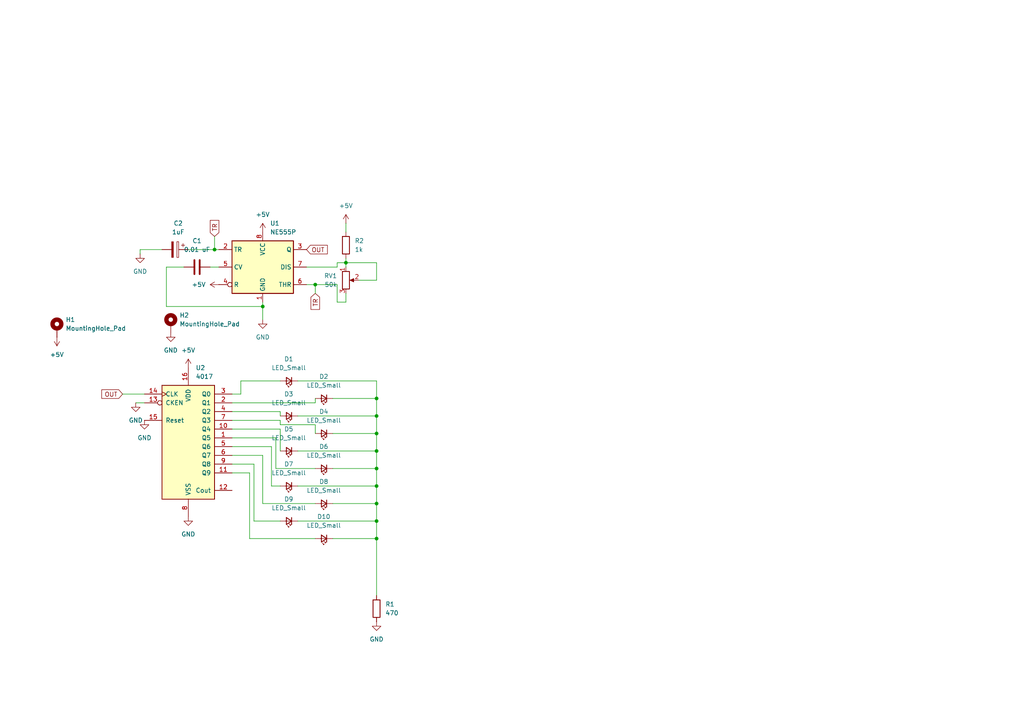
<source format=kicad_sch>
(kicad_sch (version 20250114) (generator "eeschema") (generator_version "9.0")
  (paper "A4")
  (lib_symbols
    (symbol "4xxx:4017" (pin_names (offset 1.016))
      (property "Reference" "U" (at -7.62 16.51 0))
      (property "Value" "4017" (at -7.62 -19.05 0))
      (symbol "4017_1_0"
        (pin input clock (at -12.7 12.7 0) (length 5.08) (name "CLK") (number "14"))
        (pin input inverted (at -12.7 10.16 0) (length 5.08) (name "CKEN") (number "13"))
        (pin input line (at -12.7 5.08 0) (length 5.08) (name "Reset") (number "15"))
        (pin power_in line (at 0 20.32 270) (length 5.08) (name "VDD") (number "16"))
        (pin power_in line (at 0 -22.86 90) (length 5.08) (name "VSS") (number "8"))
        (pin output line (at 12.7 12.7 180) (length 5.08) (name "Q0") (number "3"))
        (pin output line (at 12.7 10.16 180) (length 5.08) (name "Q1") (number "2"))
        (pin output line (at 12.7 7.62 180) (length 5.08) (name "Q2") (number "4"))
        (pin output line (at 12.7 5.08 180) (length 5.08) (name "Q3") (number "7"))
        (pin output line (at 12.7 2.54 180) (length 5.08) (name "Q4") (number "10"))
        (pin output line (at 12.7 0 180) (length 5.08) (name "Q5") (number "1"))
        (pin output line (at 12.7 -2.54 180) (length 5.08) (name "Q6") (number "5"))
        (pin output line (at 12.7 -5.08 180) (length 5.08) (name "Q7") (number "6"))
        (pin output line (at 12.7 -7.62 180) (length 5.08) (name "Q8") (number "9"))
        (pin output line (at 12.7 -10.16 180) (length 5.08) (name "Q9") (number "11"))
        (pin output line (at 12.7 -15.24 180) (length 5.08) (name "Cout") (number "12"))
      )
      (symbol "4017_1_1"
        (rectangle (start -7.62 15.24) (end 7.62 -17.78) (stroke (width 0.254)) (fill (type background)))
      )
    )
    (symbol "Device:C" (pin_numbers (hide yes)) (pin_names (offset 0.254))
      (property "Reference" "C" (at 0.635 2.54 0))
      (property "Value" "C" (at 0.635 -2.54 0))
      (symbol "C_0_1"
        (polyline (pts (xy -2.032 0.762) (xy 2.032 0.762)) (stroke (width 0.508)))
        (polyline (pts (xy -2.032 -0.762) (xy 2.032 -0.762)) (stroke (width 0.508)))
      )
      (symbol "C_1_1"
        (pin passive line (at 0 3.81 270) (length 2.794) (name "~") (number "1"))
        (pin passive line (at 0 -3.81 90) (length 2.794) (name "~") (number "2"))
      )
    )
    (symbol "Device:C_Polarized" (pin_numbers (hide yes)) (pin_names (offset 0.254))
      (property "Reference" "C" (at 0.635 2.54 0))
      (property "Value" "C_Polarized" (at 0.635 -2.54 0))
      (symbol "C_Polarized_0_1"
        (rectangle (start -2.286 0.508) (end 2.286 1.016))
        (polyline (pts (xy -1.778 2.286) (xy -0.762 2.286)))
        (polyline (pts (xy -1.27 2.794) (xy -1.27 1.778)))
        (rectangle (start 2.286 -0.508) (end -2.286 -1.016) (fill (type outline)))
      )
      (symbol "C_Polarized_1_1"
        (pin passive line (at 0 3.81 270) (length 2.794) (name "~") (number "1"))
        (pin passive line (at 0 -3.81 90) (length 2.794) (name "~") (number "2"))
      )
    )
    (symbol "Device:LED_Small" (pin_numbers (hide yes)) (pin_names (offset 0.254) (hide yes))
      (property "Reference" "D" (at -1.27 3.175 0))
      (property "Value" "LED_Small" (at -4.445 -2.54 0))
      (symbol "LED_Small_0_1"
        (polyline (pts (xy -0.762 -1.016) (xy -0.762 1.016)) (stroke (width 0.254)))
        (polyline (pts (xy 0 0.762) (xy -0.508 1.27) (xy -0.254 1.27) (xy -0.508 1.27) (xy -0.508 1.016)))
        (polyline (pts (xy 0.508 1.27) (xy 0 1.778) (xy 0.254 1.778) (xy 0 1.778) (xy 0 1.524)))
        (polyline (pts (xy 0.762 -1.016) (xy -0.762 0) (xy 0.762 1.016) (xy 0.762 -1.016)) (stroke (width 0.254)))
        (polyline (pts (xy 1.016 0) (xy -0.762 0)))
      )
      (symbol "LED_Small_1_1"
        (pin passive line (at -2.54 0 0) (length 1.778) (name "K") (number "1"))
        (pin passive line (at 2.54 0 180) (length 1.778) (name "A") (number "2"))
      )
    )
    (symbol "Device:R" (pin_numbers (hide yes)) (pin_names (offset 0))
      (property "Reference" "R" (at 2.032 0 90))
      (property "Value" "R" (at 0 0 90))
      (symbol "R_0_1"
        (rectangle (start -1.016 -2.54) (end 1.016 2.54) (stroke (width 0.254)))
      )
      (symbol "R_1_1"
        (pin passive line (at 0 3.81 270) (length 1.27) (name "~") (number "1"))
        (pin passive line (at 0 -3.81 90) (length 1.27) (name "~") (number "2"))
      )
    )
    (symbol "Device:R_Potentiometer" (pin_names (offset 1.016) (hide yes))
      (property "Reference" "RV" (at -4.445 0 90))
      (property "Value" "R_Potentiometer" (at -2.54 0 90))
      (symbol "R_Potentiometer_0_1"
        (rectangle (start 1.016 2.54) (end -1.016 -2.54) (stroke (width 0.254)))
        (polyline (pts (xy 1.143 0) (xy 2.286 0.508) (xy 2.286 -0.508) (xy 1.143 0)) (fill (type outline)))
        (polyline (pts (xy 2.54 0) (xy 1.524 0)))
      )
      (symbol "R_Potentiometer_1_1"
        (pin passive line (at 0 3.81 270) (length 1.27) (name "1") (number "1"))
        (pin passive line (at 0 -3.81 90) (length 1.27) (name "3") (number "3"))
        (pin passive line (at 3.81 0 180) (length 1.27) (name "2") (number "2"))
      )
    )
    (symbol "Mechanical:MountingHole_Pad" (pin_numbers (hide yes)) (pin_names (offset 1.016) (hide yes)) (in_bom no)
      (property "Reference" "H" (at 0 6.35 0))
      (property "Value" "MountingHole_Pad" (at 0 4.445 0))
      (symbol "MountingHole_Pad_0_1"
        (circle (center 0 1.27) (radius 1.27) (stroke (width 1.27)))
      )
      (symbol "MountingHole_Pad_1_1"
        (pin input line (at 0 -2.54 90) (length 2.54) (name "1") (number "1"))
      )
    )
    (symbol "Timer:NE555P"
      (property "Reference" "U" (at -10.16 8.89 0))
      (property "Value" "NE555P" (at 2.54 8.89 0))
      (symbol "NE555P_0_0"
        (pin power_in line (at 0 10.16 270) (length 2.54) (name "VCC") (number "8"))
        (pin power_in line (at 0 -10.16 90) (length 2.54) (name "GND") (number "1"))
      )
      (symbol "NE555P_0_1"
        (rectangle (start -8.89 -7.62) (end 8.89 7.62) (stroke (width 0.254)) (fill (type background)))
        (rectangle (start -8.89 -7.62) (end 8.89 7.62) (stroke (width 0.254)) (fill (type background)))
      )
      (symbol "NE555P_1_1"
        (pin input line (at -12.7 5.08 0) (length 3.81) (name "TR") (number "2"))
        (pin input line (at -12.7 0 0) (length 3.81) (name "CV") (number "5"))
        (pin input inverted (at -12.7 -5.08 0) (length 3.81) (name "R") (number "4"))
        (pin output line (at 12.7 5.08 180) (length 3.81) (name "Q") (number "3"))
        (pin input line (at 12.7 0 180) (length 3.81) (name "DIS") (number "7"))
        (pin input line (at 12.7 -5.08 180) (length 3.81) (name "THR") (number "6"))
      )
    )
    (symbol "power:+5V" (power) (pin_numbers (hide yes)) (pin_names (offset 0) (hide yes))
      (property "Value" "+5V" (at 0 3.556 0))
      (symbol "+5V_0_1"
        (polyline (pts (xy -0.762 1.27) (xy 0 2.54)))
        (polyline (pts (xy 0 2.54) (xy 0.762 1.27)))
        (polyline (pts (xy 0 0) (xy 0 2.54)))
      )
      (symbol "+5V_1_1"
        (pin power_in line (at 0 0 90) (length 0) (name "~") (number "1"))
      )
    )
    (symbol "power:GND" (power) (pin_numbers (hide yes)) (pin_names (offset 0) (hide yes))
      (property "Value" "GND" (at 0 -3.81 0))
      (symbol "GND_0_1"
        (polyline (pts (xy 0 0) (xy 0 -1.27) (xy 1.27 -1.27) (xy 0 -2.54) (xy -1.27 -1.27) (xy 0 -1.27)))
      )
      (symbol "GND_1_1"
        (pin power_in line (at 0 0 270) (length 0) (name "~") (number "1"))
      )
    )
  )
  (junction (at 109.22 130.81))
  (junction (at 109.22 120.65))
  (junction (at 76.2 88.9))
  (junction (at 109.22 115.57))
  (junction (at 62.23 72.39))
  (junction (at 109.22 140.97))
  (junction (at 109.22 156.21))
  (junction (at 109.22 125.73))
  (junction (at 109.22 146.05))
  (junction (at 109.22 135.89))
  (junction (at 91.44 82.55))
  (junction (at 109.22 151.13))
  (junction (at 100.33 76.2))
  (wire (pts (xy 53.34 77.47) (xy 48.26 77.47)))
  (wire (pts (xy 96.52 146.05) (xy 109.22 146.05)))
  (wire (pts (xy 86.36 140.97) (xy 109.22 140.97)))
  (wire (pts (xy 91.44 146.05) (xy 76.2 146.05)))
  (wire (pts (xy 109.22 110.49) (xy 109.22 115.57)))
  (wire (pts (xy 81.28 119.38) (xy 67.31 119.38)))
  (wire (pts (xy 109.22 151.13) (xy 109.22 156.21)))
  (wire (pts (xy 76.2 132.08) (xy 67.31 132.08)))
  (wire (pts (xy 91.44 82.55) (xy 97.79 82.55)))
  (wire (pts (xy 100.33 74.93) (xy 100.33 76.2)))
  (wire (pts (xy 76.2 88.9) (xy 76.2 92.71)))
  (wire (pts (xy 81.28 123.19) (xy 81.28 121.92)))
  (wire (pts (xy 62.23 72.39) (xy 63.5 72.39)))
  (wire (pts (xy 86.36 120.65) (xy 109.22 120.65)))
  (wire (pts (xy 72.39 156.21) (xy 72.39 137.16)))
  (wire (pts (xy 81.28 121.92) (xy 67.31 121.92)))
  (wire (pts (xy 104.14 81.28) (xy 109.22 81.28)))
  (wire (pts (xy 91.44 115.57) (xy 91.44 116.84)))
  (wire (pts (xy 91.44 82.55) (xy 91.44 85.09)))
  (wire (pts (xy 86.36 110.49) (xy 109.22 110.49)))
  (wire (pts (xy 88.9 82.55) (xy 91.44 82.55)))
  (wire (pts (xy 81.28 130.81) (xy 81.28 124.46)))
  (wire (pts (xy 97.79 77.47) (xy 97.79 76.2)))
  (wire (pts (xy 69.85 110.49) (xy 69.85 114.3)))
  (wire (pts (xy 54.61 72.39) (xy 62.23 72.39)))
  (wire (pts (xy 48.26 88.9) (xy 76.2 88.9)))
  (wire (pts (xy 91.44 156.21) (xy 72.39 156.21)))
  (wire (pts (xy 35.56 114.3) (xy 41.91 114.3)))
  (wire (pts (xy 80.01 135.89) (xy 80.01 127)))
  (wire (pts (xy 73.66 151.13) (xy 73.66 134.62)))
  (wire (pts (xy 91.44 125.73) (xy 91.44 123.19)))
  (wire (pts (xy 81.28 140.97) (xy 78.74 140.97)))
  (wire (pts (xy 46.99 72.39) (xy 40.64 72.39)))
  (wire (pts (xy 109.22 140.97) (xy 109.22 146.05)))
  (wire (pts (xy 97.79 76.2) (xy 100.33 76.2)))
  (wire (pts (xy 72.39 137.16) (xy 67.31 137.16)))
  (wire (pts (xy 40.64 72.39) (xy 40.64 73.66)))
  (wire (pts (xy 60.96 77.47) (xy 63.5 77.47)))
  (wire (pts (xy 91.44 135.89) (xy 80.01 135.89)))
  (wire (pts (xy 86.36 151.13) (xy 109.22 151.13)))
  (wire (pts (xy 86.36 130.81) (xy 109.22 130.81)))
  (wire (pts (xy 100.33 76.2) (xy 100.33 77.47)))
  (wire (pts (xy 109.22 156.21) (xy 109.22 172.72)))
  (wire (pts (xy 97.79 87.63) (xy 97.79 82.55)))
  (wire (pts (xy 62.23 68.58) (xy 62.23 72.39)))
  (wire (pts (xy 91.44 123.19) (xy 81.28 123.19)))
  (wire (pts (xy 67.31 124.46) (xy 81.28 124.46)))
  (wire (pts (xy 80.01 127) (xy 67.31 127)))
  (wire (pts (xy 69.85 114.3) (xy 67.31 114.3)))
  (wire (pts (xy 76.2 146.05) (xy 76.2 132.08)))
  (wire (pts (xy 78.74 129.54) (xy 67.31 129.54)))
  (wire (pts (xy 39.37 116.84) (xy 41.91 116.84)))
  (wire (pts (xy 109.22 146.05) (xy 109.22 151.13)))
  (wire (pts (xy 81.28 151.13) (xy 73.66 151.13)))
  (wire (pts (xy 100.33 85.09) (xy 100.33 87.63)))
  (wire (pts (xy 88.9 77.47) (xy 97.79 77.47)))
  (wire (pts (xy 81.28 110.49) (xy 69.85 110.49)))
  (wire (pts (xy 48.26 77.47) (xy 48.26 88.9)))
  (wire (pts (xy 73.66 134.62) (xy 67.31 134.62)))
  (wire (pts (xy 81.28 120.65) (xy 81.28 119.38)))
  (wire (pts (xy 109.22 125.73) (xy 109.22 130.81)))
  (wire (pts (xy 96.52 135.89) (xy 109.22 135.89)))
  (wire (pts (xy 109.22 135.89) (xy 109.22 140.97)))
  (wire (pts (xy 96.52 115.57) (xy 109.22 115.57)))
  (wire (pts (xy 91.44 116.84) (xy 67.31 116.84)))
  (wire (pts (xy 76.2 88.9) (xy 76.2 87.63)))
  (wire (pts (xy 109.22 130.81) (xy 109.22 135.89)))
  (wire (pts (xy 109.22 76.2) (xy 109.22 81.28)))
  (wire (pts (xy 100.33 64.77) (xy 100.33 67.31)))
  (wire (pts (xy 78.74 140.97) (xy 78.74 129.54)))
  (wire (pts (xy 109.22 115.57) (xy 109.22 120.65)))
  (wire (pts (xy 100.33 87.63) (xy 97.79 87.63)))
  (wire (pts (xy 96.52 125.73) (xy 109.22 125.73)))
  (wire (pts (xy 109.22 120.65) (xy 109.22 125.73)))
  (wire (pts (xy 96.52 156.21) (xy 109.22 156.21)))
  (wire (pts (xy 100.33 76.2) (xy 109.22 76.2)))
  (global_label "TR" (shape input) (at 62.23 68.58 90) (property "Intersheetrefs" "${INTERSHEET_REFS}" (effects (hide yes))))
  (global_label "TR" (shape input) (at 91.44 85.09 270) (property "Intersheetrefs" "${INTERSHEET_REFS}" (effects (hide yes))))
  (global_label "OUT" (shape input) (at 35.56 114.3 180) (property "Intersheetrefs" "${INTERSHEET_REFS}" (effects (hide yes))))
  (global_label "OUT" (shape input) (at 88.9 72.39 0) (property "Intersheetrefs" "${INTERSHEET_REFS}" (effects (hide yes))))
  (symbol (lib_id "Device:LED_Small") (at 83.82 120.65 180) (unit 1)
    (property "Reference" "D3" (at 83.7565 114.3 0))
    (property "Value" "LED_Small" (at 83.7565 116.84 0))
    (property "Footprint" "LED_THT:LED_D5.0mm" (effects (hide yes)))
    (property "Description" "Light emitting diode, small symbol" (effects (hide yes)))
    (property "Sim.Pin" "1=K 2=A" (effects (hide yes)))
  )
  (symbol (lib_id "Device:C_Polarized") (at 50.8 72.39 270) (unit 1)
    (property "Reference" "C2" (at 51.689 64.77 90))
    (property "Value" "1uF" (at 51.689 67.31 90))
    (property "Footprint" "Capacitor_THT:C_Disc_D7.5mm_W5.0mm_P5.00mm" (effects (hide yes)))
    (property "Description" "Polarized capacitor" (effects (hide yes)))
  )
  (symbol (lib_id "power:GND") (at 40.64 73.66 0) (unit 1)
    (property "Reference" "#PWR01" (effects (hide yes)))
    (property "Value" "GND" (at 40.64 78.74 0))
    (property "Description" "Power symbol creates a global label with name \"GND\" , ground" (effects (hide yes)))
  )
  (symbol (lib_id "power:+5V") (at 63.5 82.55 90) (unit 1)
    (property "Reference" "#PWR03" (effects (hide yes)))
    (property "Value" "+5V" (at 59.69 82.5499 90) (effects (justify left)))
    (property "Description" "Power symbol creates a global label with name \"+5V\"" (effects (hide yes)))
  )
  (symbol (lib_id "power:+5V") (at 100.33 64.77 0) (unit 1)
    (property "Reference" "#PWR04" (effects (hide yes)))
    (property "Value" "+5V" (at 100.33 59.69 0))
    (property "Description" "Power symbol creates a global label with name \"+5V\"" (effects (hide yes)))
  )
  (symbol (lib_id "power:+5V") (at 54.61 106.68 0) (unit 1)
    (property "Reference" "#PWR09" (effects (hide yes)))
    (property "Value" "+5V" (at 54.61 101.6 0))
    (property "Description" "Power symbol creates a global label with name \"+5V\"" (effects (hide yes)))
  )
  (symbol (lib_id "Device:R") (at 100.33 71.12 0) (unit 1)
    (property "Reference" "R2" (at 102.87 69.8499 0) (effects (justify left)))
    (property "Value" "1k" (at 102.87 72.3899 0) (effects (justify left)))
    (property "Footprint" "Resistor_THT:R_Axial_DIN0207_L6.3mm_D2.5mm_P7.62mm_Horizontal" (effects (hide yes)))
    (property "Description" "Resistor" (effects (hide yes)))
  )
  (symbol (lib_id "Device:LED_Small") (at 83.82 140.97 180) (unit 1)
    (property "Reference" "D7" (at 83.7565 134.62 0))
    (property "Value" "LED_Small" (at 83.7565 137.16 0))
    (property "Footprint" "LED_THT:LED_D5.0mm" (effects (hide yes)))
    (property "Description" "Light emitting diode, small symbol" (effects (hide yes)))
    (property "Sim.Pin" "1=K 2=A" (effects (hide yes)))
  )
  (symbol (lib_id "power:+5V") (at 16.51 97.79 180) (unit 1)
    (property "Reference" "#PWR011" (effects (hide yes)))
    (property "Value" "+5V" (at 16.51 102.87 0))
    (property "Description" "Power symbol creates a global label with name \"+5V\"" (effects (hide yes)))
  )
  (symbol (lib_id "power:GND") (at 109.22 180.34 0) (unit 1)
    (property "Reference" "#PWR010" (effects (hide yes)))
    (property "Value" "GND" (at 109.22 185.42 0))
    (property "Description" "Power symbol creates a global label with name \"GND\" , ground" (effects (hide yes)))
  )
  (symbol (lib_id "Device:LED_Small") (at 83.82 130.81 180) (unit 1)
    (property "Reference" "D5" (at 83.7565 124.46 0))
    (property "Value" "LED_Small" (at 83.7565 127 0))
    (property "Footprint" "LED_THT:LED_D5.0mm" (effects (hide yes)))
    (property "Description" "Light emitting diode, small symbol" (effects (hide yes)))
    (property "Sim.Pin" "1=K 2=A" (effects (hide yes)))
  )
  (symbol (lib_id "Device:LED_Small") (at 93.98 125.73 180) (unit 1)
    (property "Reference" "D4" (at 93.9165 119.38 0))
    (property "Value" "LED_Small" (at 93.9165 121.92 0))
    (property "Footprint" "LED_THT:LED_D5.0mm" (effects (hide yes)))
    (property "Description" "Light emitting diode, small symbol" (effects (hide yes)))
    (property "Sim.Pin" "1=K 2=A" (effects (hide yes)))
  )
  (symbol (lib_id "power:GND") (at 49.53 96.52 0) (unit 1)
    (property "Reference" "#PWR012" (effects (hide yes)))
    (property "Value" "GND" (at 49.53 101.6 0))
    (property "Description" "Power symbol creates a global label with name \"GND\" , ground" (effects (hide yes)))
  )
  (symbol (lib_id "power:GND") (at 54.61 149.86 0) (unit 1)
    (property "Reference" "#PWR08" (effects (hide yes)))
    (property "Value" "GND" (at 54.61 154.94 0))
    (property "Description" "Power symbol creates a global label with name \"GND\" , ground" (effects (hide yes)))
  )
  (symbol (lib_id "Device:LED_Small") (at 93.98 115.57 180) (unit 1)
    (property "Reference" "D2" (at 93.9165 109.22 0))
    (property "Value" "LED_Small" (at 93.9165 111.76 0))
    (property "Footprint" "LED_THT:LED_D5.0mm" (effects (hide yes)))
    (property "Description" "Light emitting diode, small symbol" (effects (hide yes)))
    (property "Sim.Pin" "1=K 2=A" (effects (hide yes)))
  )
  (symbol (lib_id "Device:C") (at 57.15 77.47 90) (unit 1)
    (property "Reference" "C1" (at 57.15 69.85 90))
    (property "Value" "0.01 uF" (at 57.15 72.39 90))
    (property "Footprint" "Capacitor_THT:C_Disc_D5.1mm_W3.2mm_P5.00mm" (effects (hide yes)))
    (property "Description" "Unpolarized capacitor" (effects (hide yes)))
  )
  (symbol (lib_id "4xxx:4017") (at 54.61 127 0) (unit 1)
    (property "Reference" "U2" (at 56.7533 106.68 0) (effects (justify left)))
    (property "Value" "4017" (at 56.7533 109.22 0) (effects (justify left)))
    (property "Footprint" "footprints:N16" (effects (hide yes)))
    (property "Datasheet" "http://www.intersil.com/content/dam/Intersil/documents/cd40/cd4017bms-22bms.pdf" (effects (hide yes)))
    (property "Description" "Johnson Counter ( 10 outputs )" (effects (hide yes)))
  )
  (symbol (lib_id "Mechanical:MountingHole_Pad") (at 49.53 93.98 0) (unit 1) (in_bom no)
    (property "Reference" "H2" (at 52.07 91.4399 0) (effects (justify left)))
    (property "Value" "MountingHole_Pad" (at 52.07 93.9799 0) (effects (justify left)))
    (property "Footprint" "MountingHole:MountingHole_3.2mm_M3_Pad" (effects (hide yes)))
    (property "Description" "Mounting Hole with connection" (effects (hide yes)))
  )
  (symbol (lib_id "Device:LED_Small") (at 93.98 156.21 180) (unit 1)
    (property "Reference" "D10" (at 93.9165 149.86 0))
    (property "Value" "LED_Small" (at 93.9165 152.4 0))
    (property "Footprint" "LED_THT:LED_D5.0mm" (effects (hide yes)))
    (property "Description" "Light emitting diode, small symbol" (effects (hide yes)))
    (property "Sim.Pin" "1=K 2=A" (effects (hide yes)))
  )
  (symbol (lib_id "Device:LED_Small") (at 93.98 135.89 180) (unit 1)
    (property "Reference" "D6" (at 93.9165 129.54 0))
    (property "Value" "LED_Small" (at 93.9165 132.08 0))
    (property "Footprint" "LED_THT:LED_D5.0mm" (effects (hide yes)))
    (property "Description" "Light emitting diode, small symbol" (effects (hide yes)))
    (property "Sim.Pin" "1=K 2=A" (effects (hide yes)))
  )
  (symbol (lib_id "Device:LED_Small") (at 93.98 146.05 180) (unit 1)
    (property "Reference" "D8" (at 93.9165 139.7 0))
    (property "Value" "LED_Small" (at 93.9165 142.24 0))
    (property "Footprint" "LED_THT:LED_D5.0mm" (effects (hide yes)))
    (property "Description" "Light emitting diode, small symbol" (effects (hide yes)))
    (property "Sim.Pin" "1=K 2=A" (effects (hide yes)))
  )
  (symbol (lib_id "power:GND") (at 39.37 116.84 0) (unit 1)
    (property "Reference" "#PWR06" (effects (hide yes)))
    (property "Value" "GND" (at 39.37 121.92 0))
    (property "Description" "Power symbol creates a global label with name \"GND\" , ground" (effects (hide yes)))
  )
  (symbol (lib_id "Device:LED_Small") (at 83.82 110.49 180) (unit 1)
    (property "Reference" "D1" (at 83.7565 104.14 0))
    (property "Value" "LED_Small" (at 83.7565 106.68 0))
    (property "Footprint" "LED_THT:LED_D5.0mm" (effects (hide yes)))
    (property "Description" "Light emitting diode, small symbol" (effects (hide yes)))
    (property "Sim.Pin" "1=K 2=A" (effects (hide yes)))
  )
  (symbol (lib_id "power:GND") (at 76.2 92.71 0) (unit 1)
    (property "Reference" "#PWR02" (effects (hide yes)))
    (property "Value" "GND" (at 76.2 97.79 0))
    (property "Description" "Power symbol creates a global label with name \"GND\" , ground" (effects (hide yes)))
  )
  (symbol (lib_id "Timer:NE555P") (at 76.2 77.47 0) (unit 1)
    (property "Reference" "U1" (at 78.3433 64.77 0) (effects (justify left)))
    (property "Value" "NE555P" (at 78.3433 67.31 0) (effects (justify left)))
    (property "Footprint" "Package_DIP:DIP-8_W7.62mm" (effects (hide yes)))
    (property "Datasheet" "http://www.ti.com/lit/ds/symlink/ne555.pdf" (effects (hide yes)))
    (property "Description" "Precision Timers, 555 compatible,  PDIP-8" (effects (hide yes)))
  )
  (symbol (lib_id "power:+5V") (at 76.2 67.31 0) (unit 1)
    (property "Reference" "#PWR05" (effects (hide yes)))
    (property "Value" "+5V" (at 76.2 62.23 0))
    (property "Description" "Power symbol creates a global label with name \"+5V\"" (effects (hide yes)))
  )
  (symbol (lib_id "Device:R_Potentiometer") (at 100.33 81.28 0) (unit 1)
    (property "Reference" "RV1" (at 97.79 80.0099 0) (effects (justify right)))
    (property "Value" "50k" (at 97.79 82.5499 0) (effects (justify right)))
    (property "Footprint" "Potentiometer_THT:Potentiometer_Bourns_3296W_Vertical" (effects (hide yes)))
    (property "Description" "Potentiometer" (effects (hide yes)))
  )
  (symbol (lib_id "Device:LED_Small") (at 83.82 151.13 180) (unit 1)
    (property "Reference" "D9" (at 83.7565 144.78 0))
    (property "Value" "LED_Small" (at 83.7565 147.32 0))
    (property "Footprint" "LED_THT:LED_D5.0mm" (effects (hide yes)))
    (property "Description" "Light emitting diode, small symbol" (effects (hide yes)))
    (property "Sim.Pin" "1=K 2=A" (effects (hide yes)))
  )
  (symbol (lib_id "Mechanical:MountingHole_Pad") (at 16.51 95.25 0) (unit 1) (in_bom no)
    (property "Reference" "H1" (at 19.05 92.7099 0) (effects (justify left)))
    (property "Value" "MountingHole_Pad" (at 19.05 95.2499 0) (effects (justify left)))
    (property "Footprint" "MountingHole:MountingHole_3.2mm_M3_Pad" (effects (hide yes)))
    (property "Description" "Mounting Hole with connection" (effects (hide yes)))
  )
  (symbol (lib_id "power:GND") (at 41.91 121.92 0) (unit 1)
    (property "Reference" "#PWR07" (effects (hide yes)))
    (property "Value" "GND" (at 41.91 127 0))
    (property "Description" "Power symbol creates a global label with name \"GND\" , ground" (effects (hide yes)))
  )
  (symbol (lib_id "Device:R") (at 109.22 176.53 0) (unit 1)
    (property "Reference" "R1" (at 111.76 175.2599 0) (effects (justify left)))
    (property "Value" "470" (at 111.76 177.7999 0) (effects (justify left)))
    (property "Footprint" "Resistor_THT:R_Axial_DIN0207_L6.3mm_D2.5mm_P7.62mm_Horizontal" (effects (hide yes)))
    (property "Description" "Resistor" (effects (hide yes)))
  )
)
</source>
